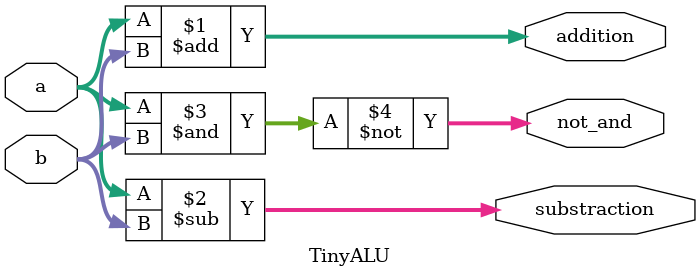
<source format=v>
module TinyALU (
	input [7:0] a,
	input [7:0] b,

	output [7:0] addition,
	output [7:0] substraction,
	output [7:0] not_and
);
	assign addition = a + b;
	assign substraction = a - b;
	assign not_and = ~(a & b);
endmodule
</source>
